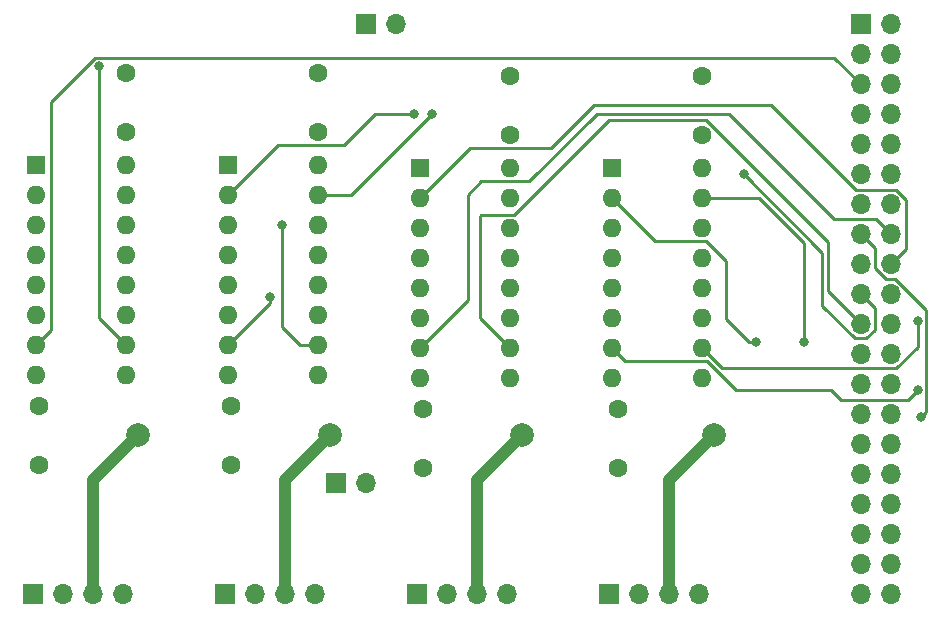
<source format=gbr>
%TF.GenerationSoftware,KiCad,Pcbnew,(7.0.0)*%
%TF.CreationDate,2023-04-25T22:49:32-05:00*%
%TF.ProjectId,ThorPCB,54686f72-5043-4422-9e6b-696361645f70,rev?*%
%TF.SameCoordinates,Original*%
%TF.FileFunction,Copper,L4,Bot*%
%TF.FilePolarity,Positive*%
%FSLAX46Y46*%
G04 Gerber Fmt 4.6, Leading zero omitted, Abs format (unit mm)*
G04 Created by KiCad (PCBNEW (7.0.0)) date 2023-04-25 22:49:32*
%MOMM*%
%LPD*%
G01*
G04 APERTURE LIST*
%TA.AperFunction,ComponentPad*%
%ADD10C,1.600000*%
%TD*%
%TA.AperFunction,ComponentPad*%
%ADD11R,1.600000X1.600000*%
%TD*%
%TA.AperFunction,ComponentPad*%
%ADD12O,1.600000X1.600000*%
%TD*%
%TA.AperFunction,ComponentPad*%
%ADD13R,1.700000X1.700000*%
%TD*%
%TA.AperFunction,ComponentPad*%
%ADD14O,1.700000X1.700000*%
%TD*%
%TA.AperFunction,ViaPad*%
%ADD15C,0.800000*%
%TD*%
%TA.AperFunction,ViaPad*%
%ADD16C,2.000000*%
%TD*%
%TA.AperFunction,Conductor*%
%ADD17C,0.250000*%
%TD*%
%TA.AperFunction,Conductor*%
%ADD18C,1.000000*%
%TD*%
G04 APERTURE END LIST*
D10*
%TO.P,C8,1*%
%TO.N,+5V*%
X129794000Y-60666000D03*
%TO.P,C8,2*%
%TO.N,GND*%
X129794000Y-55666000D03*
%TD*%
%TO.P,C7,1*%
%TO.N,+5V*%
X146050000Y-60666000D03*
%TO.P,C7,2*%
%TO.N,GND*%
X146050000Y-55666000D03*
%TD*%
%TO.P,C6,2*%
%TO.N,GND*%
X162306000Y-55920000D03*
%TO.P,C6,1*%
%TO.N,+5V*%
X162306000Y-60920000D03*
%TD*%
%TO.P,C5,1*%
%TO.N,+5V*%
X178562000Y-60920000D03*
%TO.P,C5,2*%
%TO.N,GND*%
X178562000Y-55920000D03*
%TD*%
%TO.P,C4,1*%
%TO.N,+12V*%
X171450000Y-84114000D03*
%TO.P,C4,2*%
%TO.N,GND*%
X171450000Y-89114000D03*
%TD*%
%TO.P,C3,1*%
%TO.N,+12V*%
X154940000Y-84114000D03*
%TO.P,C3,2*%
%TO.N,GND*%
X154940000Y-89114000D03*
%TD*%
%TO.P,C2,1*%
%TO.N,+12V*%
X138684000Y-83860000D03*
%TO.P,C2,2*%
%TO.N,GND*%
X138684000Y-88860000D03*
%TD*%
%TO.P,C1,1*%
%TO.N,+12V*%
X122428000Y-83860000D03*
%TO.P,C1,2*%
%TO.N,GND*%
X122428000Y-88860000D03*
%TD*%
D11*
%TO.P,U2,1,EN1\u002C2*%
%TO.N,+5V*%
X154685999Y-63753999D03*
D12*
%TO.P,U2,2,1A*%
%TO.N,Net-(J1-Pin_18)*%
X154685999Y-66293999D03*
%TO.P,U2,3,1Y*%
%TO.N,Net-(M2--)*%
X154685999Y-68833999D03*
%TO.P,U2,4,GND*%
%TO.N,GND*%
X154685999Y-71373999D03*
%TO.P,U2,5,GND*%
X154685999Y-73913999D03*
%TO.P,U2,6,2Y*%
%TO.N,Net-(U2-2Y)*%
X154685999Y-76453999D03*
%TO.P,U2,7,2A*%
%TO.N,Net-(J1-Pin_16)*%
X154685999Y-78993999D03*
%TO.P,U2,8,VCC2*%
%TO.N,+12V*%
X154685999Y-81533999D03*
%TO.P,U2,9,EN3\u002C4*%
%TO.N,+5V*%
X162305999Y-81533999D03*
%TO.P,U2,10,3A*%
%TO.N,Net-(J1-Pin_21)*%
X162305999Y-78993999D03*
%TO.P,U2,11,3Y*%
%TO.N,Net-(U2-3Y)*%
X162305999Y-76453999D03*
%TO.P,U2,12,GND*%
%TO.N,GND*%
X162305999Y-73913999D03*
%TO.P,U2,13,GND*%
X162305999Y-71373999D03*
%TO.P,U2,14,4Y*%
%TO.N,Net-(U2-4Y)*%
X162305999Y-68833999D03*
%TO.P,U2,15,4A*%
%TO.N,Net-(J1-Pin_19)*%
X162305999Y-66293999D03*
%TO.P,U2,16,VCC1*%
%TO.N,+5V*%
X162305999Y-63753999D03*
%TD*%
D11*
%TO.P,U3,1,EN1\u002C2*%
%TO.N,+5V*%
X170941999Y-63753999D03*
D12*
%TO.P,U3,2,1A*%
%TO.N,Net-(J1-Pin_12)*%
X170941999Y-66293999D03*
%TO.P,U3,3,1Y*%
%TO.N,Net-(M3--)*%
X170941999Y-68833999D03*
%TO.P,U3,4,GND*%
%TO.N,GND*%
X170941999Y-71373999D03*
%TO.P,U3,5,GND*%
X170941999Y-73913999D03*
%TO.P,U3,6,2Y*%
%TO.N,Net-(U3-2Y)*%
X170941999Y-76453999D03*
%TO.P,U3,7,2A*%
%TO.N,Net-(J1-Pin_11)*%
X170941999Y-78993999D03*
%TO.P,U3,8,VCC2*%
%TO.N,+12V*%
X170941999Y-81533999D03*
%TO.P,U3,9,EN3\u002C4*%
%TO.N,+5V*%
X178561999Y-81533999D03*
%TO.P,U3,10,3A*%
%TO.N,Net-(J1-Pin_13)*%
X178561999Y-78993999D03*
%TO.P,U3,11,3Y*%
%TO.N,Net-(U3-3Y)*%
X178561999Y-76453999D03*
%TO.P,U3,12,GND*%
%TO.N,GND*%
X178561999Y-73913999D03*
%TO.P,U3,13,GND*%
X178561999Y-71373999D03*
%TO.P,U3,14,4Y*%
%TO.N,Net-(U3-4Y)*%
X178561999Y-68833999D03*
%TO.P,U3,15,4A*%
%TO.N,Net-(J1-Pin_15)*%
X178561999Y-66293999D03*
%TO.P,U3,16,VCC1*%
%TO.N,+5V*%
X178561999Y-63753999D03*
%TD*%
D13*
%TO.P,J1,1,Pin_1*%
%TO.N,unconnected-(J1-Pin_1-Pad1)*%
X192023999Y-51561999D03*
D14*
%TO.P,J1,2,Pin_2*%
%TO.N,+5V*%
X194563999Y-51561999D03*
%TO.P,J1,3,Pin_3*%
%TO.N,Net-(J1-Pin_3)*%
X192023999Y-54101999D03*
%TO.P,J1,4,Pin_4*%
%TO.N,+5V*%
X194563999Y-54101999D03*
%TO.P,J1,5,Pin_5*%
%TO.N,Net-(J1-Pin_5)*%
X192023999Y-56641999D03*
%TO.P,J1,6,Pin_6*%
%TO.N,GND*%
X194563999Y-56641999D03*
%TO.P,J1,7,Pin_7*%
%TO.N,Net-(J1-Pin_7)*%
X192023999Y-59181999D03*
%TO.P,J1,8,Pin_8*%
%TO.N,unconnected-(J1-Pin_8-Pad8)*%
X194563999Y-59181999D03*
%TO.P,J1,9,Pin_9*%
%TO.N,GND*%
X192023999Y-61721999D03*
%TO.P,J1,10,Pin_10*%
%TO.N,Net-(J1-Pin_10)*%
X194563999Y-61721999D03*
%TO.P,J1,11,Pin_11*%
%TO.N,Net-(J1-Pin_11)*%
X192023999Y-64261999D03*
%TO.P,J1,12,Pin_12*%
%TO.N,Net-(J1-Pin_12)*%
X194563999Y-64261999D03*
%TO.P,J1,13,Pin_13*%
%TO.N,Net-(J1-Pin_13)*%
X192023999Y-66801999D03*
%TO.P,J1,14,Pin_14*%
%TO.N,GND*%
X194563999Y-66801999D03*
%TO.P,J1,15,Pin_15*%
%TO.N,Net-(J1-Pin_15)*%
X192023999Y-69341999D03*
%TO.P,J1,16,Pin_16*%
%TO.N,Net-(J1-Pin_16)*%
X194563999Y-69341999D03*
%TO.P,J1,17,Pin_17*%
%TO.N,unconnected-(J1-Pin_17-Pad17)*%
X192023999Y-71881999D03*
%TO.P,J1,18,Pin_18*%
%TO.N,Net-(J1-Pin_18)*%
X194563999Y-71881999D03*
%TO.P,J1,19,Pin_19*%
%TO.N,Net-(J1-Pin_19)*%
X192023999Y-74421999D03*
%TO.P,J1,20,Pin_20*%
%TO.N,GND*%
X194563999Y-74421999D03*
%TO.P,J1,21,Pin_21*%
%TO.N,Net-(J1-Pin_21)*%
X192023999Y-76961999D03*
%TO.P,J1,22,Pin_22*%
%TO.N,Net-(J1-Pin_22)*%
X194563999Y-76961999D03*
%TO.P,J1,23,Pin_23*%
%TO.N,Net-(J1-Pin_23)*%
X192023999Y-79501999D03*
%TO.P,J1,24,Pin_24*%
%TO.N,Net-(J1-Pin_24)*%
X194563999Y-79501999D03*
%TO.P,J1,25,Pin_25*%
%TO.N,GND*%
X192023999Y-82041999D03*
%TO.P,J1,26,Pin_26*%
%TO.N,Net-(J1-Pin_26)*%
X194563999Y-82041999D03*
%TO.P,J1,27,Pin_27*%
%TO.N,unconnected-(J1-Pin_27-Pad27)*%
X192023999Y-84581999D03*
%TO.P,J1,28,Pin_28*%
%TO.N,unconnected-(J1-Pin_28-Pad28)*%
X194563999Y-84581999D03*
%TO.P,J1,29,Pin_29*%
%TO.N,unconnected-(J1-Pin_29-Pad29)*%
X192023999Y-87121999D03*
%TO.P,J1,30,Pin_30*%
%TO.N,GND*%
X194563999Y-87121999D03*
%TO.P,J1,31,Pin_31*%
%TO.N,unconnected-(J1-Pin_31-Pad31)*%
X192023999Y-89661999D03*
%TO.P,J1,32,Pin_32*%
%TO.N,unconnected-(J1-Pin_32-Pad32)*%
X194563999Y-89661999D03*
%TO.P,J1,33,Pin_33*%
%TO.N,unconnected-(J1-Pin_33-Pad33)*%
X192023999Y-92201999D03*
%TO.P,J1,34,Pin_34*%
%TO.N,GND*%
X194563999Y-92201999D03*
%TO.P,J1,35,Pin_35*%
%TO.N,unconnected-(J1-Pin_35-Pad35)*%
X192023999Y-94741999D03*
%TO.P,J1,36,Pin_36*%
%TO.N,unconnected-(J1-Pin_36-Pad36)*%
X194563999Y-94741999D03*
%TO.P,J1,37,Pin_37*%
%TO.N,unconnected-(J1-Pin_37-Pad37)*%
X192023999Y-97281999D03*
%TO.P,J1,38,Pin_38*%
%TO.N,unconnected-(J1-Pin_38-Pad38)*%
X194563999Y-97281999D03*
%TO.P,J1,39,Pin_39*%
%TO.N,GND*%
X192023999Y-99821999D03*
%TO.P,J1,40,Pin_40*%
%TO.N,unconnected-(J1-Pin_40-Pad40)*%
X194563999Y-99821999D03*
%TD*%
D12*
%TO.P,U1,16,VCC1*%
%TO.N,+5V*%
X146049999Y-63499999D03*
%TO.P,U1,15,4A*%
%TO.N,Net-(J1-Pin_22)*%
X146049999Y-66039999D03*
%TO.P,U1,14,4Y*%
%TO.N,Net-(U1-4Y)*%
X146049999Y-68579999D03*
%TO.P,U1,13,GND*%
%TO.N,GND*%
X146049999Y-71119999D03*
%TO.P,U1,12,GND*%
X146049999Y-73659999D03*
%TO.P,U1,11,3Y*%
%TO.N,Net-(U1-3Y)*%
X146049999Y-76199999D03*
%TO.P,U1,10,3A*%
%TO.N,Net-(J1-Pin_24)*%
X146049999Y-78739999D03*
%TO.P,U1,9,EN3\u002C4*%
%TO.N,+5V*%
X146049999Y-81279999D03*
%TO.P,U1,8,VCC2*%
%TO.N,+12V*%
X138429999Y-81279999D03*
%TO.P,U1,7,2A*%
%TO.N,Net-(J1-Pin_26)*%
X138429999Y-78739999D03*
%TO.P,U1,6,2Y*%
%TO.N,Net-(U1-2Y)*%
X138429999Y-76199999D03*
%TO.P,U1,5,GND*%
%TO.N,GND*%
X138429999Y-73659999D03*
%TO.P,U1,4,GND*%
X138429999Y-71119999D03*
%TO.P,U1,3,1Y*%
%TO.N,Net-(M1--)*%
X138429999Y-68579999D03*
%TO.P,U1,2,1A*%
%TO.N,Net-(J1-Pin_23)*%
X138429999Y-66039999D03*
D11*
%TO.P,U1,1,EN1\u002C2*%
%TO.N,+5V*%
X138429999Y-63499999D03*
%TD*%
D13*
%TO.P,+,1,Pin_1*%
%TO.N,+12V*%
X147568999Y-90423999D03*
D14*
%TO.P,+,2,Pin_2*%
%TO.N,GND*%
X150108999Y-90423999D03*
%TD*%
D13*
%TO.P,M1,1*%
%TO.N,Net-(U1-2Y)*%
X138175999Y-99821999D03*
D14*
%TO.P,M1,2,-*%
%TO.N,Net-(M1--)*%
X140715999Y-99821999D03*
%TO.P,M1,3*%
%TO.N,Net-(U1-3Y)*%
X143255999Y-99821999D03*
%TO.P,M1,4*%
%TO.N,Net-(U1-4Y)*%
X145795999Y-99821999D03*
%TD*%
D11*
%TO.P,U0,1,EN1\u002C2*%
%TO.N,+5V*%
X122173999Y-63499999D03*
D12*
%TO.P,U0,2,1A*%
%TO.N,Net-(J1-Pin_7)*%
X122173999Y-66039999D03*
%TO.P,U0,3,1Y*%
%TO.N,Net-(M0--)*%
X122173999Y-68579999D03*
%TO.P,U0,4,GND*%
%TO.N,GND*%
X122173999Y-71119999D03*
%TO.P,U0,5,GND*%
X122173999Y-73659999D03*
%TO.P,U0,6,2Y*%
%TO.N,Net-(U0-2Y)*%
X122173999Y-76199999D03*
%TO.P,U0,7,2A*%
%TO.N,Net-(J1-Pin_5)*%
X122173999Y-78739999D03*
%TO.P,U0,8,VCC2*%
%TO.N,+12V*%
X122173999Y-81279999D03*
%TO.P,U0,9,EN3\u002C4*%
%TO.N,+5V*%
X129793999Y-81279999D03*
%TO.P,U0,10,3A*%
%TO.N,Net-(J1-Pin_3)*%
X129793999Y-78739999D03*
%TO.P,U0,11,3Y*%
%TO.N,Net-(U0-3Y)*%
X129793999Y-76199999D03*
%TO.P,U0,12,GND*%
%TO.N,GND*%
X129793999Y-73659999D03*
%TO.P,U0,13,GND*%
X129793999Y-71119999D03*
%TO.P,U0,14,4Y*%
%TO.N,Net-(U0-4Y)*%
X129793999Y-68579999D03*
%TO.P,U0,15,4A*%
%TO.N,Net-(J1-Pin_10)*%
X129793999Y-66039999D03*
%TO.P,U0,16,VCC1*%
%TO.N,+5V*%
X129793999Y-63499999D03*
%TD*%
D13*
%TO.P,M3,1*%
%TO.N,Net-(U3-2Y)*%
X170687999Y-99821999D03*
D14*
%TO.P,M3,2,-*%
%TO.N,Net-(M3--)*%
X173227999Y-99821999D03*
%TO.P,M3,3*%
%TO.N,Net-(U3-3Y)*%
X175767999Y-99821999D03*
%TO.P,M3,4*%
%TO.N,Net-(U3-4Y)*%
X178307999Y-99821999D03*
%TD*%
D13*
%TO.P,M0,1*%
%TO.N,Net-(U0-2Y)*%
X121919999Y-99821999D03*
D14*
%TO.P,M0,2,-*%
%TO.N,Net-(M0--)*%
X124459999Y-99821999D03*
%TO.P,M0,3*%
%TO.N,Net-(U0-3Y)*%
X126999999Y-99821999D03*
%TO.P,M0,4*%
%TO.N,Net-(U0-4Y)*%
X129539999Y-99821999D03*
%TD*%
D13*
%TO.P,J3,1,Pin_1*%
%TO.N,+5V*%
X150108999Y-51561999D03*
D14*
%TO.P,J3,2,Pin_2*%
%TO.N,GND*%
X152648999Y-51561999D03*
%TD*%
D13*
%TO.P,M2,1*%
%TO.N,Net-(U2-2Y)*%
X154431999Y-99821999D03*
D14*
%TO.P,M2,2,-*%
%TO.N,Net-(M2--)*%
X156971999Y-99821999D03*
%TO.P,M2,3*%
%TO.N,Net-(U2-3Y)*%
X159511999Y-99821999D03*
%TO.P,M2,4*%
%TO.N,Net-(U2-4Y)*%
X162051999Y-99821999D03*
%TD*%
D15*
%TO.N,Net-(J1-Pin_15)*%
X197104000Y-84836000D03*
X187198000Y-78486000D03*
%TO.N,Net-(J1-Pin_12)*%
X183134000Y-78486000D03*
%TO.N,Net-(J1-Pin_11)*%
X196850000Y-82550000D03*
%TO.N,Net-(J1-Pin_13)*%
X196850000Y-76708000D03*
%TO.N,Net-(J1-Pin_19)*%
X182118000Y-64262000D03*
%TO.N,Net-(J1-Pin_22)*%
X155702000Y-59182000D03*
%TO.N,Net-(J1-Pin_23)*%
X154178000Y-59182000D03*
%TO.N,Net-(J1-Pin_24)*%
X143002000Y-68580000D03*
%TO.N,Net-(J1-Pin_26)*%
X141986000Y-74676000D03*
%TO.N,Net-(J1-Pin_3)*%
X127508000Y-55118000D03*
D16*
%TO.N,Net-(U0-3Y)*%
X130810000Y-86360000D03*
%TO.N,Net-(U1-3Y)*%
X147066000Y-86360000D03*
%TO.N,Net-(U2-3Y)*%
X163322000Y-86360000D03*
%TO.N,Net-(U3-3Y)*%
X179578000Y-86360000D03*
%TD*%
D17*
%TO.N,Net-(J1-Pin_15)*%
X197575000Y-75771299D02*
X194955701Y-73152000D01*
X194955701Y-73152000D02*
X194172299Y-73152000D01*
X197575000Y-84365000D02*
X197575000Y-75771299D01*
X197104000Y-84836000D02*
X197575000Y-84365000D01*
%TO.N,Net-(J1-Pin_12)*%
X174607000Y-69959000D02*
X170942000Y-66294000D01*
X178925000Y-69959000D02*
X174607000Y-69959000D01*
X180594000Y-71628000D02*
X178925000Y-69959000D01*
X180594000Y-76505173D02*
X180594000Y-71628000D01*
X182574827Y-78486000D02*
X180594000Y-76505173D01*
X183134000Y-78486000D02*
X182574827Y-78486000D01*
%TO.N,Net-(J1-Pin_26)*%
X141986000Y-75184000D02*
X138430000Y-78740000D01*
X141986000Y-74676000D02*
X141986000Y-75184000D01*
%TO.N,Net-(J1-Pin_15)*%
X193199000Y-72178701D02*
X194172299Y-73152000D01*
X193199000Y-70517000D02*
X193199000Y-72178701D01*
X192024000Y-69342000D02*
X193199000Y-70517000D01*
X187198000Y-70052827D02*
X187198000Y-78486000D01*
X183439173Y-66294000D02*
X187198000Y-70052827D01*
X178562000Y-66294000D02*
X183439173Y-66294000D01*
%TO.N,Net-(J1-Pin_11)*%
X172067000Y-80119000D02*
X170942000Y-78994000D01*
X189484000Y-82550000D02*
X181458991Y-82550000D01*
X190341000Y-83407000D02*
X189484000Y-82550000D01*
X181458991Y-82550000D02*
X179027991Y-80119000D01*
X196850000Y-82550000D02*
X195993000Y-83407000D01*
X179027991Y-80119000D02*
X172067000Y-80119000D01*
X195993000Y-83407000D02*
X190341000Y-83407000D01*
%TO.N,Net-(J1-Pin_13)*%
X196850000Y-78877701D02*
X196850000Y-76708000D01*
X195050701Y-80677000D02*
X196850000Y-78877701D01*
X180245000Y-80677000D02*
X195050701Y-80677000D01*
X178562000Y-78994000D02*
X180245000Y-80677000D01*
%TO.N,Net-(J1-Pin_19)*%
X193199000Y-77448701D02*
X193199000Y-75597000D01*
X193199000Y-75597000D02*
X192024000Y-74422000D01*
X188780000Y-75379701D02*
X191537299Y-78137000D01*
X188780000Y-70924000D02*
X188780000Y-75379701D01*
X192510701Y-78137000D02*
X193199000Y-77448701D01*
X182118000Y-64262000D02*
X188780000Y-70924000D01*
X191537299Y-78137000D02*
X192510701Y-78137000D01*
%TO.N,Net-(J1-Pin_18)*%
X195834000Y-70612000D02*
X194564000Y-71882000D01*
X195834000Y-66410299D02*
X195834000Y-70612000D01*
X195050701Y-65627000D02*
X195834000Y-66410299D01*
X184404000Y-58420000D02*
X191611000Y-65627000D01*
X169418000Y-58420000D02*
X184404000Y-58420000D01*
X165793000Y-62045000D02*
X169418000Y-58420000D01*
X158935000Y-62045000D02*
X165793000Y-62045000D01*
X154686000Y-66294000D02*
X158935000Y-62045000D01*
X191611000Y-65627000D02*
X195050701Y-65627000D01*
%TO.N,Net-(J1-Pin_21)*%
X189230000Y-74168000D02*
X192024000Y-76962000D01*
X189230000Y-69997009D02*
X189230000Y-74168000D01*
X178922991Y-59690000D02*
X189230000Y-69997009D01*
X170688000Y-59690000D02*
X178922991Y-59690000D01*
X162669000Y-67709000D02*
X170688000Y-59690000D01*
X159875000Y-67709000D02*
X162669000Y-67709000D01*
X159766000Y-67818000D02*
X159875000Y-67709000D01*
X159766000Y-76454000D02*
X159766000Y-67818000D01*
X162306000Y-78994000D02*
X159766000Y-76454000D01*
%TO.N,Net-(J1-Pin_16)*%
X193294000Y-68072000D02*
X194564000Y-69342000D01*
X189738000Y-68072000D02*
X193294000Y-68072000D01*
X169672000Y-59182000D02*
X180848000Y-59182000D01*
X163975000Y-64879000D02*
X169672000Y-59182000D01*
X180848000Y-59182000D02*
X189738000Y-68072000D01*
X159911000Y-64879000D02*
X163975000Y-64879000D01*
X158750000Y-74930000D02*
X158750000Y-66040000D01*
X158750000Y-66040000D02*
X159911000Y-64879000D01*
X154686000Y-78994000D02*
X158750000Y-74930000D01*
%TO.N,Net-(J1-Pin_22)*%
X148844000Y-66040000D02*
X155702000Y-59182000D01*
X148345305Y-66040000D02*
X148844000Y-66040000D01*
X146050000Y-66040000D02*
X148345305Y-66040000D01*
%TO.N,Net-(J1-Pin_23)*%
X148267000Y-61791000D02*
X150876000Y-59182000D01*
X150876000Y-59182000D02*
X154178000Y-59182000D01*
X142679000Y-61791000D02*
X148267000Y-61791000D01*
X138430000Y-66040000D02*
X142679000Y-61791000D01*
%TO.N,Net-(J1-Pin_24)*%
X143002000Y-77216000D02*
X143002000Y-68580000D01*
X144526000Y-78740000D02*
X143002000Y-77216000D01*
X146050000Y-78740000D02*
X144526000Y-78740000D01*
%TO.N,Net-(J1-Pin_5)*%
X123444000Y-58156695D02*
X123444000Y-77470000D01*
X123444000Y-77470000D02*
X122174000Y-78740000D01*
X189775000Y-54393000D02*
X127207695Y-54393000D01*
X127207695Y-54393000D02*
X123444000Y-58156695D01*
X192024000Y-56642000D02*
X189775000Y-54393000D01*
%TO.N,Net-(J1-Pin_3)*%
X127508000Y-76454000D02*
X129794000Y-78740000D01*
X127508000Y-55118000D02*
X127508000Y-76454000D01*
D18*
%TO.N,Net-(U0-3Y)*%
X127000000Y-90170000D02*
X130810000Y-86360000D01*
X127000000Y-99822000D02*
X127000000Y-90170000D01*
%TO.N,Net-(U1-3Y)*%
X143256000Y-90170000D02*
X147066000Y-86360000D01*
X143256000Y-99822000D02*
X143256000Y-90170000D01*
%TO.N,Net-(U2-3Y)*%
X159512000Y-90170000D02*
X163322000Y-86360000D01*
X159512000Y-99822000D02*
X159512000Y-90170000D01*
%TO.N,Net-(U3-3Y)*%
X175768000Y-99822000D02*
X175768000Y-90170000D01*
X175768000Y-90170000D02*
X179578000Y-86360000D01*
%TD*%
M02*

</source>
